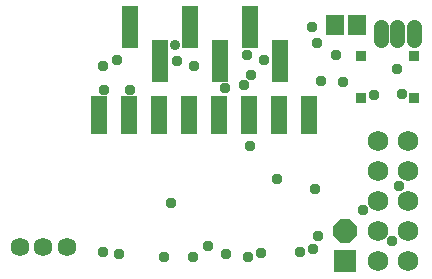
<source format=gbr>
G04 EAGLE Gerber RS-274X export*
G75*
%MOMM*%
%FSLAX34Y34*%
%LPD*%
%INSoldermask Top*%
%IPPOS*%
%AMOC8*
5,1,8,0,0,1.08239X$1,22.5*%
G01*
%ADD10C,1.727200*%
%ADD11R,1.378741X3.286869*%
%ADD12R,1.381059X3.290909*%
%ADD13R,1.379531X3.293600*%
%ADD14R,1.372900X3.285169*%
%ADD15R,1.371731X3.285181*%
%ADD16R,1.365950X3.295419*%
%ADD17R,1.362491X3.293631*%
%ADD18R,1.363481X3.289191*%
%ADD19C,1.591969*%
%ADD20C,1.311200*%
%ADD21R,1.382869X3.532472*%
%ADD22R,1.374059X3.533481*%
%ADD23R,1.375250X3.532509*%
%ADD24R,1.371094X3.537000*%
%ADD25R,1.371469X3.532053*%
%ADD26R,1.363581X3.536791*%
%ADD27R,0.903200X0.903200*%
%ADD28R,1.503200X1.703200*%
%ADD29P,2.144431X8X202.500000*%
%ADD30R,1.981200X1.981200*%
%ADD31C,0.959600*%
%ADD32C,0.909600*%


D10*
X332300Y116300D03*
X357700Y116300D03*
X332300Y90900D03*
X357700Y90900D03*
X332300Y65500D03*
X357700Y65500D03*
X332300Y40100D03*
X357700Y40100D03*
X332300Y14700D03*
X357700Y14700D03*
D11*
X274084Y137754D03*
D12*
X248695Y137775D03*
D13*
X223288Y137788D03*
D14*
X197855Y137746D03*
D15*
X172449Y137746D03*
D16*
X147020Y137797D03*
D17*
X121602Y137788D03*
D18*
X96207Y137766D03*
D19*
X68760Y26130D03*
X48760Y26130D03*
X28760Y26130D03*
D20*
X348615Y201470D02*
X348615Y212550D01*
X362585Y212550D02*
X362585Y201470D01*
X334645Y201470D02*
X334645Y212550D01*
D21*
X121866Y212598D03*
D22*
X147310Y183393D03*
D23*
X172704Y212597D03*
D24*
X198125Y183375D03*
D25*
X223523Y212600D03*
D26*
X248962Y183376D03*
D27*
X318110Y187680D03*
X362610Y187680D03*
X362610Y152680D03*
X318110Y152680D03*
D28*
X314300Y214503D03*
X295300Y214503D03*
D29*
X304165Y40100D03*
D30*
X304165Y14700D03*
D31*
X99187Y179070D03*
X347853Y176558D03*
X278765Y74930D03*
X246380Y83820D03*
X223647Y111760D03*
X235585Y184785D03*
X221615Y188595D03*
X176530Y179578D03*
X121793Y158750D03*
X100330Y158750D03*
X188595Y27150D03*
X281305Y35560D03*
X175641Y17907D03*
X99695Y21590D03*
X203708Y19911D03*
X151003Y18161D03*
X112776Y20447D03*
X162262Y183670D03*
X202592Y161063D03*
D32*
X160020Y197485D03*
D31*
X276352Y212725D03*
X111125Y184359D03*
X352298Y155448D03*
X328549Y155067D03*
X280162Y198755D03*
X156464Y63500D03*
X232918Y21463D03*
X266065Y21590D03*
X222250Y17907D03*
X276860Y24765D03*
X218440Y163195D03*
X344170Y31115D03*
X349544Y78105D03*
X283972Y166370D03*
X224437Y171450D03*
X296672Y189103D03*
X302260Y166243D03*
X319242Y57948D03*
M02*

</source>
